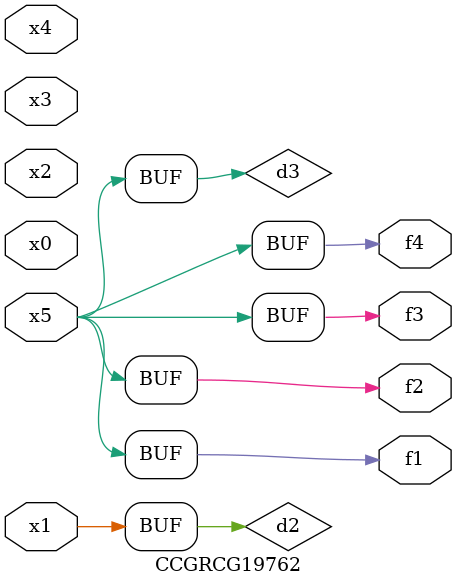
<source format=v>
module CCGRCG19762(
	input x0, x1, x2, x3, x4, x5,
	output f1, f2, f3, f4
);

	wire d1, d2, d3;

	not (d1, x5);
	or (d2, x1);
	xnor (d3, d1);
	assign f1 = d3;
	assign f2 = d3;
	assign f3 = d3;
	assign f4 = d3;
endmodule

</source>
